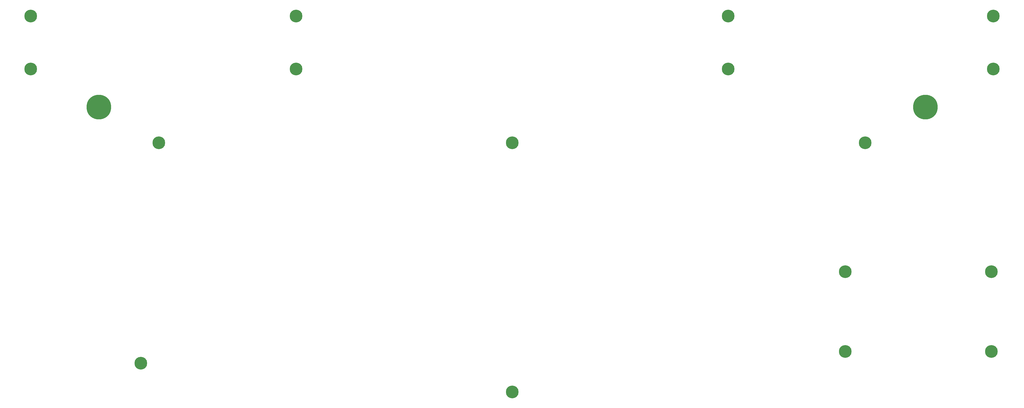
<source format=gts>
G04 #@! TF.GenerationSoftware,KiCad,Pcbnew,5.1.10-88a1d61d58~90~ubuntu21.04.1*
G04 #@! TF.CreationDate,2021-08-16T11:58:24+02:00*
G04 #@! TF.ProjectId,mysterium-bottom,6d797374-6572-4697-956d-2d626f74746f,rev?*
G04 #@! TF.SameCoordinates,Original*
G04 #@! TF.FileFunction,Soldermask,Top*
G04 #@! TF.FilePolarity,Negative*
%FSLAX46Y46*%
G04 Gerber Fmt 4.6, Leading zero omitted, Abs format (unit mm)*
G04 Created by KiCad (PCBNEW 5.1.10-88a1d61d58~90~ubuntu21.04.1) date 2021-08-16 11:58:24*
%MOMM*%
%LPD*%
G01*
G04 APERTURE LIST*
%ADD10C,8.702000*%
%ADD11C,4.502000*%
G04 APERTURE END LIST*
D10*
X356213100Y-97053400D03*
X64550600Y-97053400D03*
D11*
X286626300Y-83613400D03*
X134137400Y-83613400D03*
X286626300Y-64863400D03*
X40550600Y-64863400D03*
X379523512Y-183454800D03*
X327986788Y-183454800D03*
X379523512Y-155219400D03*
X327986788Y-155219400D03*
X79401800Y-187587400D03*
X85763100Y-109702600D03*
X335000600Y-109702600D03*
X210419351Y-197713600D03*
X210419351Y-109702600D03*
X134137400Y-64863400D03*
X380213100Y-64863400D03*
X380213100Y-83613400D03*
X40550600Y-83613400D03*
M02*

</source>
